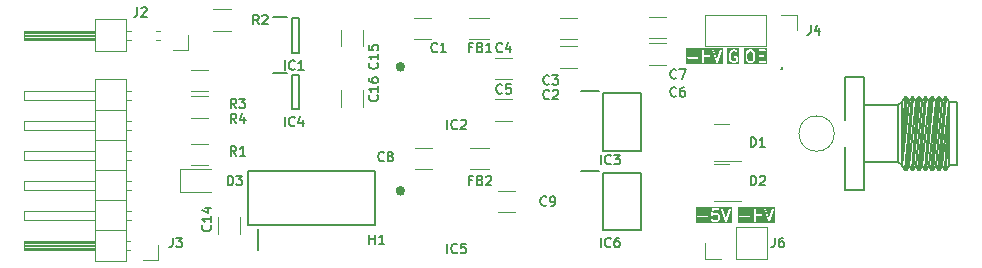
<source format=gbr>
%TF.GenerationSoftware,KiCad,Pcbnew,8.0.6*%
%TF.CreationDate,2024-10-28T10:45:57+07:00*%
%TF.ProjectId,PMOD-Pulser_update,504d4f44-2d50-4756-9c73-65725f757064,rev?*%
%TF.SameCoordinates,PX5e2ce30PY52bb330*%
%TF.FileFunction,Legend,Top*%
%TF.FilePolarity,Positive*%
%FSLAX46Y46*%
G04 Gerber Fmt 4.6, Leading zero omitted, Abs format (unit mm)*
G04 Created by KiCad (PCBNEW 8.0.6) date 2024-10-28 10:45:57*
%MOMM*%
%LPD*%
G01*
G04 APERTURE LIST*
%ADD10C,0.150000*%
%ADD11C,0.037500*%
%ADD12C,0.120000*%
%ADD13C,0.200000*%
%ADD14C,0.400000*%
G04 APERTURE END LIST*
D10*
G36*
X53111712Y17109659D02*
G01*
X49931997Y17109659D01*
X49931997Y17690766D01*
X50043108Y17690766D01*
X50043108Y17661502D01*
X50054307Y17634466D01*
X50074999Y17613774D01*
X50102035Y17602575D01*
X50116667Y17601134D01*
X50878572Y17601134D01*
X50893204Y17602575D01*
X50920240Y17613774D01*
X50940932Y17634466D01*
X50952131Y17661502D01*
X50952131Y17690766D01*
X50940932Y17717802D01*
X50920240Y17738494D01*
X50893204Y17749693D01*
X50878572Y17751134D01*
X50116667Y17751134D01*
X50102035Y17749693D01*
X50074999Y17738494D01*
X50054307Y17717802D01*
X50043108Y17690766D01*
X49931997Y17690766D01*
X49931997Y18295181D01*
X51279762Y18295181D01*
X51279762Y17295181D01*
X51281203Y17280549D01*
X51292402Y17253513D01*
X51313094Y17232821D01*
X51340130Y17221622D01*
X51369394Y17221622D01*
X51396430Y17232821D01*
X51417122Y17253513D01*
X51428321Y17280549D01*
X51429762Y17295181D01*
X51429762Y17743991D01*
X51851190Y17743991D01*
X51851190Y17295181D01*
X51852631Y17280549D01*
X51863830Y17253513D01*
X51884522Y17232821D01*
X51911558Y17221622D01*
X51940822Y17221622D01*
X51967858Y17232821D01*
X51988550Y17253513D01*
X51999749Y17280549D01*
X52001190Y17295181D01*
X52001190Y18285801D01*
X52185113Y18285801D01*
X52188373Y18271464D01*
X52521706Y17271464D01*
X52527700Y17258039D01*
X52531210Y17253992D01*
X52533607Y17249198D01*
X52540715Y17243033D01*
X52546874Y17235932D01*
X52551663Y17233538D01*
X52555714Y17230024D01*
X52564639Y17227050D01*
X52573047Y17222845D01*
X52578391Y17222466D01*
X52583477Y17220770D01*
X52592857Y17221437D01*
X52602237Y17220770D01*
X52607322Y17222466D01*
X52612667Y17222845D01*
X52621077Y17227051D01*
X52629999Y17230024D01*
X52634046Y17233535D01*
X52638840Y17235931D01*
X52645003Y17243037D01*
X52652107Y17249198D01*
X52654502Y17253990D01*
X52658014Y17258038D01*
X52664008Y17271464D01*
X52997341Y18271464D01*
X53000601Y18285800D01*
X52998526Y18314990D01*
X52985440Y18341164D01*
X52963332Y18360338D01*
X52935570Y18369592D01*
X52906380Y18367517D01*
X52880207Y18354430D01*
X52861033Y18332323D01*
X52855039Y18318898D01*
X52592857Y17532352D01*
X52330675Y18318898D01*
X52324681Y18332324D01*
X52305507Y18354431D01*
X52279334Y18367517D01*
X52250144Y18369592D01*
X52222381Y18360338D01*
X52200274Y18341164D01*
X52187188Y18314991D01*
X52185113Y18285801D01*
X52001190Y18285801D01*
X52001190Y18295181D01*
X51999749Y18309813D01*
X51988550Y18336849D01*
X51967858Y18357541D01*
X51940822Y18368740D01*
X51911558Y18368740D01*
X51884522Y18357541D01*
X51863830Y18336849D01*
X51852631Y18309813D01*
X51851190Y18295181D01*
X51851190Y17893991D01*
X51429762Y17893991D01*
X51429762Y18295181D01*
X51428321Y18309813D01*
X51417122Y18336849D01*
X51396430Y18357541D01*
X51369394Y18368740D01*
X51340130Y18368740D01*
X51313094Y18357541D01*
X51292402Y18336849D01*
X51281203Y18309813D01*
X51279762Y18295181D01*
X49931997Y18295181D01*
X49931997Y18480703D01*
X53111712Y18480703D01*
X53111712Y17109659D01*
G37*
G36*
X54445634Y17109070D02*
G01*
X53454365Y17109070D01*
X53454365Y17866610D01*
X53565476Y17866610D01*
X53565476Y17723753D01*
X53565727Y17721200D01*
X53565565Y17720107D01*
X53566374Y17714634D01*
X53566917Y17709121D01*
X53567339Y17708100D01*
X53567715Y17705563D01*
X53615334Y17515087D01*
X53615719Y17514008D01*
X53615758Y17513468D01*
X53618085Y17507387D01*
X53620281Y17501241D01*
X53620603Y17500806D01*
X53621013Y17499736D01*
X53668632Y17404498D01*
X53672595Y17398202D01*
X53673353Y17396372D01*
X53675042Y17394314D01*
X53676464Y17392055D01*
X53677962Y17390756D01*
X53682681Y17385006D01*
X53777919Y17289767D01*
X53789284Y17280439D01*
X53791774Y17279408D01*
X53793809Y17277643D01*
X53807235Y17271649D01*
X53950091Y17224030D01*
X53957346Y17222381D01*
X53959177Y17221622D01*
X53961830Y17221361D01*
X53964428Y17220770D01*
X53966402Y17220911D01*
X53973809Y17220181D01*
X54069047Y17220181D01*
X54076452Y17220911D01*
X54078427Y17220770D01*
X54081024Y17221361D01*
X54083679Y17221622D01*
X54085510Y17222381D01*
X54092764Y17224030D01*
X54235621Y17271649D01*
X54249046Y17277643D01*
X54251081Y17279409D01*
X54253572Y17280440D01*
X54264938Y17289768D01*
X54312556Y17337387D01*
X54321884Y17348753D01*
X54329165Y17366332D01*
X54333082Y17375788D01*
X54334523Y17390420D01*
X54334523Y17723753D01*
X54333082Y17738385D01*
X54321883Y17765421D01*
X54301191Y17786113D01*
X54274155Y17797312D01*
X54259523Y17798753D01*
X54069047Y17798753D01*
X54054415Y17797312D01*
X54027379Y17786113D01*
X54006687Y17765421D01*
X53995488Y17738385D01*
X53995488Y17709121D01*
X54006687Y17682085D01*
X54027379Y17661393D01*
X54054415Y17650194D01*
X54069047Y17648753D01*
X54184523Y17648753D01*
X54184523Y17421486D01*
X54171390Y17408353D01*
X54056877Y17370181D01*
X53985979Y17370181D01*
X53871466Y17408352D01*
X53797353Y17482466D01*
X53758859Y17559453D01*
X53715476Y17732987D01*
X53715476Y17857376D01*
X53758859Y18030910D01*
X53797353Y18107897D01*
X53871466Y18182010D01*
X53985979Y18220181D01*
X54098961Y18220181D01*
X54178363Y18180480D01*
X54192094Y18175225D01*
X54221284Y18173151D01*
X54249046Y18182405D01*
X54271153Y18201578D01*
X54284241Y18227753D01*
X54286315Y18256943D01*
X54277061Y18284704D01*
X54257888Y18306812D01*
X54245445Y18314644D01*
X54150207Y18362263D01*
X54136475Y18367518D01*
X54133787Y18367709D01*
X54131298Y18368740D01*
X54116666Y18370181D01*
X53973809Y18370181D01*
X53966402Y18369452D01*
X53964428Y18369592D01*
X53961830Y18369002D01*
X53959177Y18368740D01*
X53957346Y18367982D01*
X53950091Y18366332D01*
X53807235Y18318713D01*
X53793809Y18312719D01*
X53791774Y18310955D01*
X53789284Y18309923D01*
X53777919Y18300595D01*
X53682681Y18205357D01*
X53677962Y18199608D01*
X53676464Y18198308D01*
X53675042Y18196049D01*
X53673354Y18193992D01*
X53672596Y18192165D01*
X53668632Y18185865D01*
X53621013Y18090627D01*
X53620603Y18089558D01*
X53620281Y18089122D01*
X53618085Y18082977D01*
X53615758Y18076895D01*
X53615719Y18076356D01*
X53615334Y18075276D01*
X53567715Y17884800D01*
X53567339Y17882264D01*
X53566917Y17881242D01*
X53566374Y17875730D01*
X53565565Y17870256D01*
X53565727Y17869164D01*
X53565476Y17866610D01*
X53454365Y17866610D01*
X53454365Y18481292D01*
X54445634Y18481292D01*
X54445634Y17109070D01*
G37*
G36*
X53864093Y3659070D02*
G01*
X50779616Y3659070D01*
X50779616Y4240766D01*
X50890727Y4240766D01*
X50890727Y4211502D01*
X50901926Y4184466D01*
X50922618Y4163774D01*
X50949654Y4152575D01*
X50964286Y4151134D01*
X51270238Y4151134D01*
X51270238Y3845181D01*
X51271679Y3830549D01*
X51282878Y3803513D01*
X51303570Y3782821D01*
X51330606Y3771622D01*
X51359870Y3771622D01*
X51386906Y3782821D01*
X51407598Y3803513D01*
X51418797Y3830549D01*
X51420238Y3845181D01*
X51420238Y4151134D01*
X51726191Y4151134D01*
X51740823Y4152575D01*
X51767859Y4163774D01*
X51788551Y4184466D01*
X51799750Y4211502D01*
X51799750Y4240766D01*
X51788551Y4267802D01*
X51767859Y4288494D01*
X51740823Y4299693D01*
X51726191Y4301134D01*
X51420238Y4301134D01*
X51420238Y4361751D01*
X52080112Y4361751D01*
X52081203Y4358136D01*
X52081203Y4354360D01*
X52085397Y4344235D01*
X52088565Y4333735D01*
X52090956Y4330812D01*
X52092402Y4327323D01*
X52100155Y4319570D01*
X52107096Y4311087D01*
X52110422Y4309303D01*
X52113094Y4306631D01*
X52123221Y4302436D01*
X52132883Y4297253D01*
X52136642Y4296878D01*
X52140131Y4295432D01*
X52151092Y4295432D01*
X52162002Y4294341D01*
X52165618Y4295432D01*
X52169393Y4295432D01*
X52179518Y4299627D01*
X52190018Y4302794D01*
X52192941Y4305186D01*
X52196430Y4306631D01*
X52207795Y4315958D01*
X52246808Y4354971D01*
X52315324Y4389229D01*
X52518009Y4389229D01*
X52586525Y4354971D01*
X52616932Y4324564D01*
X52651190Y4256048D01*
X52651190Y4053363D01*
X52616931Y3984847D01*
X52586524Y3954439D01*
X52518009Y3920181D01*
X52315324Y3920181D01*
X52246808Y3954439D01*
X52207796Y3993452D01*
X52196430Y4002780D01*
X52169394Y4013979D01*
X52140131Y4013979D01*
X52113095Y4002781D01*
X52092402Y3982088D01*
X52081203Y3955052D01*
X52081203Y3925789D01*
X52092401Y3898753D01*
X52101728Y3887388D01*
X52149347Y3839768D01*
X52155096Y3835050D01*
X52156397Y3833550D01*
X52158656Y3832128D01*
X52160713Y3830440D01*
X52162540Y3829683D01*
X52168840Y3825718D01*
X52264078Y3778099D01*
X52277809Y3772844D01*
X52280498Y3772653D01*
X52282987Y3771622D01*
X52297619Y3770181D01*
X52535714Y3770181D01*
X52550346Y3771622D01*
X52552835Y3772654D01*
X52555523Y3772844D01*
X52569255Y3778099D01*
X52664493Y3825718D01*
X52670792Y3829683D01*
X52672620Y3830440D01*
X52674676Y3832128D01*
X52676936Y3833550D01*
X52678236Y3835050D01*
X52683986Y3839768D01*
X52731604Y3887387D01*
X52736322Y3893137D01*
X52737821Y3894436D01*
X52739242Y3896695D01*
X52740932Y3898753D01*
X52741689Y3900583D01*
X52745653Y3906879D01*
X52793272Y4002117D01*
X52798527Y4015848D01*
X52798718Y4018538D01*
X52799749Y4021026D01*
X52801190Y4035658D01*
X52801190Y4273753D01*
X52799749Y4288385D01*
X52798718Y4290874D01*
X52798527Y4293563D01*
X52793272Y4307294D01*
X52745653Y4402532D01*
X52741688Y4408832D01*
X52740931Y4410659D01*
X52739242Y4412716D01*
X52737821Y4414975D01*
X52736322Y4416275D01*
X52731604Y4422024D01*
X52683985Y4469643D01*
X52678235Y4474362D01*
X52676936Y4475860D01*
X52674676Y4477282D01*
X52672620Y4478970D01*
X52670792Y4479728D01*
X52664493Y4483692D01*
X52569255Y4531311D01*
X52555523Y4536566D01*
X52552835Y4536757D01*
X52550346Y4537788D01*
X52535714Y4539229D01*
X52297619Y4539229D01*
X52282987Y4537788D01*
X52280498Y4536758D01*
X52277809Y4536566D01*
X52264078Y4531311D01*
X52245436Y4521991D01*
X52270255Y4770181D01*
X52678571Y4770181D01*
X52693203Y4771622D01*
X52720239Y4782821D01*
X52740931Y4803513D01*
X52752130Y4830549D01*
X52752130Y4835801D01*
X52937494Y4835801D01*
X52940754Y4821464D01*
X53274087Y3821464D01*
X53280081Y3808039D01*
X53283591Y3803992D01*
X53285988Y3799198D01*
X53293096Y3793033D01*
X53299255Y3785932D01*
X53304044Y3783538D01*
X53308095Y3780024D01*
X53317020Y3777050D01*
X53325428Y3772845D01*
X53330772Y3772466D01*
X53335858Y3770770D01*
X53345238Y3771437D01*
X53354618Y3770770D01*
X53359703Y3772466D01*
X53365048Y3772845D01*
X53373458Y3777051D01*
X53382380Y3780024D01*
X53386427Y3783535D01*
X53391221Y3785931D01*
X53397384Y3793037D01*
X53404488Y3799198D01*
X53406883Y3803990D01*
X53410395Y3808038D01*
X53416389Y3821464D01*
X53749722Y4821464D01*
X53752982Y4835800D01*
X53750907Y4864990D01*
X53737821Y4891164D01*
X53715713Y4910338D01*
X53687951Y4919592D01*
X53658761Y4917517D01*
X53632588Y4904430D01*
X53613414Y4882323D01*
X53607420Y4868898D01*
X53345238Y4082352D01*
X53083056Y4868898D01*
X53077062Y4882324D01*
X53057888Y4904431D01*
X53031715Y4917517D01*
X53002525Y4919592D01*
X52974762Y4910338D01*
X52952655Y4891164D01*
X52939569Y4864991D01*
X52937494Y4835801D01*
X52752130Y4835801D01*
X52752130Y4859813D01*
X52740931Y4886849D01*
X52720239Y4907541D01*
X52693203Y4918740D01*
X52678571Y4920181D01*
X52202381Y4920181D01*
X52196969Y4919649D01*
X52195141Y4919831D01*
X52193354Y4919293D01*
X52187749Y4918740D01*
X52177622Y4914546D01*
X52167125Y4911378D01*
X52164201Y4908987D01*
X52160713Y4907541D01*
X52152959Y4899788D01*
X52144477Y4892847D01*
X52142692Y4889521D01*
X52140021Y4886849D01*
X52135825Y4876720D01*
X52130643Y4867060D01*
X52129535Y4861536D01*
X52128822Y4859813D01*
X52128822Y4857977D01*
X52127753Y4852644D01*
X52080134Y4376454D01*
X52080112Y4361751D01*
X51420238Y4361751D01*
X51420238Y4607086D01*
X51418797Y4621718D01*
X51407598Y4648754D01*
X51386906Y4669446D01*
X51359870Y4680645D01*
X51330606Y4680645D01*
X51303570Y4669446D01*
X51282878Y4648754D01*
X51271679Y4621718D01*
X51270238Y4607086D01*
X51270238Y4301134D01*
X50964286Y4301134D01*
X50949654Y4299693D01*
X50922618Y4288494D01*
X50901926Y4267802D01*
X50890727Y4240766D01*
X50779616Y4240766D01*
X50779616Y5031292D01*
X53864093Y5031292D01*
X53864093Y3659070D01*
G37*
G36*
X57511712Y3659659D02*
G01*
X54331997Y3659659D01*
X54331997Y4240766D01*
X54443108Y4240766D01*
X54443108Y4211502D01*
X54454307Y4184466D01*
X54474999Y4163774D01*
X54502035Y4152575D01*
X54516667Y4151134D01*
X54822619Y4151134D01*
X54822619Y3845181D01*
X54824060Y3830549D01*
X54835259Y3803513D01*
X54855951Y3782821D01*
X54882987Y3771622D01*
X54912251Y3771622D01*
X54939287Y3782821D01*
X54959979Y3803513D01*
X54971178Y3830549D01*
X54972619Y3845181D01*
X54972619Y4151134D01*
X55278572Y4151134D01*
X55293204Y4152575D01*
X55320240Y4163774D01*
X55340932Y4184466D01*
X55352131Y4211502D01*
X55352131Y4240766D01*
X55340932Y4267802D01*
X55320240Y4288494D01*
X55293204Y4299693D01*
X55278572Y4301134D01*
X54972619Y4301134D01*
X54972619Y4607086D01*
X54971178Y4621718D01*
X54959979Y4648754D01*
X54939287Y4669446D01*
X54912251Y4680645D01*
X54882987Y4680645D01*
X54855951Y4669446D01*
X54835259Y4648754D01*
X54824060Y4621718D01*
X54822619Y4607086D01*
X54822619Y4301134D01*
X54516667Y4301134D01*
X54502035Y4299693D01*
X54474999Y4288494D01*
X54454307Y4267802D01*
X54443108Y4240766D01*
X54331997Y4240766D01*
X54331997Y4845181D01*
X55679762Y4845181D01*
X55679762Y3845181D01*
X55681203Y3830549D01*
X55692402Y3803513D01*
X55713094Y3782821D01*
X55740130Y3771622D01*
X55769394Y3771622D01*
X55796430Y3782821D01*
X55817122Y3803513D01*
X55828321Y3830549D01*
X55829762Y3845181D01*
X55829762Y4293991D01*
X56251190Y4293991D01*
X56251190Y3845181D01*
X56252631Y3830549D01*
X56263830Y3803513D01*
X56284522Y3782821D01*
X56311558Y3771622D01*
X56340822Y3771622D01*
X56367858Y3782821D01*
X56388550Y3803513D01*
X56399749Y3830549D01*
X56401190Y3845181D01*
X56401190Y4835801D01*
X56585113Y4835801D01*
X56588373Y4821464D01*
X56921706Y3821464D01*
X56927700Y3808039D01*
X56931210Y3803992D01*
X56933607Y3799198D01*
X56940715Y3793033D01*
X56946874Y3785932D01*
X56951663Y3783538D01*
X56955714Y3780024D01*
X56964639Y3777050D01*
X56973047Y3772845D01*
X56978391Y3772466D01*
X56983477Y3770770D01*
X56992857Y3771437D01*
X57002237Y3770770D01*
X57007322Y3772466D01*
X57012667Y3772845D01*
X57021077Y3777051D01*
X57029999Y3780024D01*
X57034046Y3783535D01*
X57038840Y3785931D01*
X57045003Y3793037D01*
X57052107Y3799198D01*
X57054502Y3803990D01*
X57058014Y3808038D01*
X57064008Y3821464D01*
X57397341Y4821464D01*
X57400601Y4835800D01*
X57398526Y4864990D01*
X57385440Y4891164D01*
X57363332Y4910338D01*
X57335570Y4919592D01*
X57306380Y4917517D01*
X57280207Y4904430D01*
X57261033Y4882323D01*
X57255039Y4868898D01*
X56992857Y4082352D01*
X56730675Y4868898D01*
X56724681Y4882324D01*
X56705507Y4904431D01*
X56679334Y4917517D01*
X56650144Y4919592D01*
X56622381Y4910338D01*
X56600274Y4891164D01*
X56587188Y4864991D01*
X56585113Y4835801D01*
X56401190Y4835801D01*
X56401190Y4845181D01*
X56399749Y4859813D01*
X56388550Y4886849D01*
X56367858Y4907541D01*
X56340822Y4918740D01*
X56311558Y4918740D01*
X56284522Y4907541D01*
X56263830Y4886849D01*
X56252631Y4859813D01*
X56251190Y4845181D01*
X56251190Y4443991D01*
X55829762Y4443991D01*
X55829762Y4845181D01*
X55828321Y4859813D01*
X55817122Y4886849D01*
X55796430Y4907541D01*
X55769394Y4918740D01*
X55740130Y4918740D01*
X55713094Y4907541D01*
X55692402Y4886849D01*
X55681203Y4859813D01*
X55679762Y4845181D01*
X54331997Y4845181D01*
X54331997Y5030703D01*
X57511712Y5030703D01*
X57511712Y3659659D01*
G37*
G36*
X55543668Y18185923D02*
G01*
X55615610Y18113981D01*
X55655952Y17952614D01*
X55655952Y17637749D01*
X55615610Y17476383D01*
X55543667Y17404439D01*
X55475152Y17370181D01*
X55320086Y17370181D01*
X55251570Y17404439D01*
X55179627Y17476383D01*
X55139286Y17637749D01*
X55139286Y17952614D01*
X55179627Y18113981D01*
X55251570Y18185923D01*
X55320086Y18220181D01*
X55475152Y18220181D01*
X55543668Y18185923D01*
G37*
G36*
X56820384Y17109070D02*
G01*
X54878175Y17109070D01*
X54878175Y17961848D01*
X54989286Y17961848D01*
X54989286Y17628515D01*
X54989537Y17625962D01*
X54989375Y17624869D01*
X54990184Y17619396D01*
X54990727Y17613883D01*
X54991149Y17612862D01*
X54991525Y17610325D01*
X55039144Y17419849D01*
X55044091Y17406003D01*
X55047410Y17401524D01*
X55049544Y17396372D01*
X55058872Y17385006D01*
X55154110Y17289767D01*
X55159860Y17285047D01*
X55161159Y17283550D01*
X55163413Y17282131D01*
X55165475Y17280439D01*
X55167307Y17279681D01*
X55173602Y17275718D01*
X55268840Y17228099D01*
X55282571Y17222844D01*
X55285260Y17222653D01*
X55287749Y17221622D01*
X55302381Y17220181D01*
X55492857Y17220181D01*
X55507489Y17221622D01*
X55509978Y17222654D01*
X55512666Y17222844D01*
X55526398Y17228099D01*
X55621636Y17275718D01*
X55627935Y17279683D01*
X55629763Y17280440D01*
X55631819Y17282129D01*
X55634079Y17283550D01*
X55635378Y17285049D01*
X55641128Y17289767D01*
X55736367Y17385007D01*
X55745694Y17396372D01*
X55747827Y17401524D01*
X55751147Y17406003D01*
X55756094Y17419849D01*
X55803713Y17610325D01*
X55804088Y17612862D01*
X55804511Y17613883D01*
X55805053Y17619396D01*
X55805863Y17624869D01*
X55805700Y17625962D01*
X55805952Y17628515D01*
X55805952Y17961848D01*
X55805700Y17964402D01*
X55805863Y17965494D01*
X55805053Y17970968D01*
X55804511Y17976480D01*
X55804088Y17977502D01*
X55803713Y17980038D01*
X55756094Y18170514D01*
X55751147Y18184360D01*
X55747828Y18188839D01*
X55745694Y18193992D01*
X55736366Y18205357D01*
X55646542Y18295181D01*
X56084524Y18295181D01*
X56084524Y17295181D01*
X56085965Y17280549D01*
X56097164Y17253513D01*
X56117856Y17232821D01*
X56144892Y17221622D01*
X56159524Y17220181D01*
X56635714Y17220181D01*
X56650346Y17221622D01*
X56677382Y17232821D01*
X56698074Y17253513D01*
X56709273Y17280549D01*
X56709273Y17309813D01*
X56698074Y17336849D01*
X56677382Y17357541D01*
X56650346Y17368740D01*
X56635714Y17370181D01*
X56234524Y17370181D01*
X56234524Y17743991D01*
X56492857Y17743991D01*
X56507489Y17745432D01*
X56534525Y17756631D01*
X56555217Y17777323D01*
X56566416Y17804359D01*
X56566416Y17833623D01*
X56555217Y17860659D01*
X56534525Y17881351D01*
X56507489Y17892550D01*
X56492857Y17893991D01*
X56234524Y17893991D01*
X56234524Y18220181D01*
X56635714Y18220181D01*
X56650346Y18221622D01*
X56677382Y18232821D01*
X56698074Y18253513D01*
X56709273Y18280549D01*
X56709273Y18309813D01*
X56698074Y18336849D01*
X56677382Y18357541D01*
X56650346Y18368740D01*
X56635714Y18370181D01*
X56159524Y18370181D01*
X56144892Y18368740D01*
X56117856Y18357541D01*
X56097164Y18336849D01*
X56085965Y18309813D01*
X56084524Y18295181D01*
X55646542Y18295181D01*
X55641128Y18300595D01*
X55635378Y18305314D01*
X55634079Y18306812D01*
X55631819Y18308234D01*
X55629763Y18309922D01*
X55627935Y18310680D01*
X55621636Y18314644D01*
X55526398Y18362263D01*
X55512666Y18367518D01*
X55509978Y18367709D01*
X55507489Y18368740D01*
X55492857Y18370181D01*
X55302381Y18370181D01*
X55287749Y18368740D01*
X55285260Y18367710D01*
X55282571Y18367518D01*
X55268840Y18362263D01*
X55173602Y18314644D01*
X55167307Y18310682D01*
X55165475Y18309923D01*
X55163413Y18308232D01*
X55161159Y18306812D01*
X55159860Y18305316D01*
X55154110Y18300595D01*
X55058872Y18205357D01*
X55049545Y18193992D01*
X55047411Y18188842D01*
X55044091Y18184360D01*
X55039144Y18170514D01*
X54991525Y17980038D01*
X54991149Y17977502D01*
X54990727Y17976480D01*
X54990184Y17970968D01*
X54989375Y17965494D01*
X54989537Y17964402D01*
X54989286Y17961848D01*
X54878175Y17961848D01*
X54878175Y18481292D01*
X56820384Y18481292D01*
X56820384Y17109070D01*
G37*
X60483333Y20437705D02*
X60483333Y19866277D01*
X60483333Y19866277D02*
X60445238Y19751991D01*
X60445238Y19751991D02*
X60369047Y19675800D01*
X60369047Y19675800D02*
X60254762Y19637705D01*
X60254762Y19637705D02*
X60178571Y19637705D01*
X61207143Y20171039D02*
X61207143Y19637705D01*
X61016667Y20475800D02*
X60826190Y19904372D01*
X60826190Y19904372D02*
X61321429Y19904372D01*
X15969048Y16637705D02*
X15969048Y17437705D01*
X16807143Y16713896D02*
X16769047Y16675800D01*
X16769047Y16675800D02*
X16654762Y16637705D01*
X16654762Y16637705D02*
X16578571Y16637705D01*
X16578571Y16637705D02*
X16464285Y16675800D01*
X16464285Y16675800D02*
X16388095Y16751991D01*
X16388095Y16751991D02*
X16350000Y16828181D01*
X16350000Y16828181D02*
X16311904Y16980562D01*
X16311904Y16980562D02*
X16311904Y17094848D01*
X16311904Y17094848D02*
X16350000Y17247229D01*
X16350000Y17247229D02*
X16388095Y17323420D01*
X16388095Y17323420D02*
X16464285Y17399610D01*
X16464285Y17399610D02*
X16578571Y17437705D01*
X16578571Y17437705D02*
X16654762Y17437705D01*
X16654762Y17437705D02*
X16769047Y17399610D01*
X16769047Y17399610D02*
X16807143Y17361515D01*
X17569047Y16637705D02*
X17111904Y16637705D01*
X17340476Y16637705D02*
X17340476Y17437705D01*
X17340476Y17437705D02*
X17264285Y17323420D01*
X17264285Y17323420D02*
X17188095Y17247229D01*
X17188095Y17247229D02*
X17111904Y17209134D01*
X34366667Y14713896D02*
X34328571Y14675800D01*
X34328571Y14675800D02*
X34214286Y14637705D01*
X34214286Y14637705D02*
X34138095Y14637705D01*
X34138095Y14637705D02*
X34023809Y14675800D01*
X34023809Y14675800D02*
X33947619Y14751991D01*
X33947619Y14751991D02*
X33909524Y14828181D01*
X33909524Y14828181D02*
X33871428Y14980562D01*
X33871428Y14980562D02*
X33871428Y15094848D01*
X33871428Y15094848D02*
X33909524Y15247229D01*
X33909524Y15247229D02*
X33947619Y15323420D01*
X33947619Y15323420D02*
X34023809Y15399610D01*
X34023809Y15399610D02*
X34138095Y15437705D01*
X34138095Y15437705D02*
X34214286Y15437705D01*
X34214286Y15437705D02*
X34328571Y15399610D01*
X34328571Y15399610D02*
X34366667Y15361515D01*
X35090476Y15437705D02*
X34709524Y15437705D01*
X34709524Y15437705D02*
X34671428Y15056753D01*
X34671428Y15056753D02*
X34709524Y15094848D01*
X34709524Y15094848D02*
X34785714Y15132943D01*
X34785714Y15132943D02*
X34976190Y15132943D01*
X34976190Y15132943D02*
X35052381Y15094848D01*
X35052381Y15094848D02*
X35090476Y15056753D01*
X35090476Y15056753D02*
X35128571Y14980562D01*
X35128571Y14980562D02*
X35128571Y14790086D01*
X35128571Y14790086D02*
X35090476Y14713896D01*
X35090476Y14713896D02*
X35052381Y14675800D01*
X35052381Y14675800D02*
X34976190Y14637705D01*
X34976190Y14637705D02*
X34785714Y14637705D01*
X34785714Y14637705D02*
X34709524Y14675800D01*
X34709524Y14675800D02*
X34671428Y14713896D01*
X11866667Y13387705D02*
X11600000Y13768658D01*
X11409524Y13387705D02*
X11409524Y14187705D01*
X11409524Y14187705D02*
X11714286Y14187705D01*
X11714286Y14187705D02*
X11790476Y14149610D01*
X11790476Y14149610D02*
X11828571Y14111515D01*
X11828571Y14111515D02*
X11866667Y14035324D01*
X11866667Y14035324D02*
X11866667Y13921039D01*
X11866667Y13921039D02*
X11828571Y13844848D01*
X11828571Y13844848D02*
X11790476Y13806753D01*
X11790476Y13806753D02*
X11714286Y13768658D01*
X11714286Y13768658D02*
X11409524Y13768658D01*
X12133333Y14187705D02*
X12628571Y14187705D01*
X12628571Y14187705D02*
X12361905Y13882943D01*
X12361905Y13882943D02*
X12476190Y13882943D01*
X12476190Y13882943D02*
X12552381Y13844848D01*
X12552381Y13844848D02*
X12590476Y13806753D01*
X12590476Y13806753D02*
X12628571Y13730562D01*
X12628571Y13730562D02*
X12628571Y13540086D01*
X12628571Y13540086D02*
X12590476Y13463896D01*
X12590476Y13463896D02*
X12552381Y13425800D01*
X12552381Y13425800D02*
X12476190Y13387705D01*
X12476190Y13387705D02*
X12247619Y13387705D01*
X12247619Y13387705D02*
X12171428Y13425800D01*
X12171428Y13425800D02*
X12133333Y13463896D01*
X49116667Y14463896D02*
X49078571Y14425800D01*
X49078571Y14425800D02*
X48964286Y14387705D01*
X48964286Y14387705D02*
X48888095Y14387705D01*
X48888095Y14387705D02*
X48773809Y14425800D01*
X48773809Y14425800D02*
X48697619Y14501991D01*
X48697619Y14501991D02*
X48659524Y14578181D01*
X48659524Y14578181D02*
X48621428Y14730562D01*
X48621428Y14730562D02*
X48621428Y14844848D01*
X48621428Y14844848D02*
X48659524Y14997229D01*
X48659524Y14997229D02*
X48697619Y15073420D01*
X48697619Y15073420D02*
X48773809Y15149610D01*
X48773809Y15149610D02*
X48888095Y15187705D01*
X48888095Y15187705D02*
X48964286Y15187705D01*
X48964286Y15187705D02*
X49078571Y15149610D01*
X49078571Y15149610D02*
X49116667Y15111515D01*
X49802381Y15187705D02*
X49650000Y15187705D01*
X49650000Y15187705D02*
X49573809Y15149610D01*
X49573809Y15149610D02*
X49535714Y15111515D01*
X49535714Y15111515D02*
X49459524Y14997229D01*
X49459524Y14997229D02*
X49421428Y14844848D01*
X49421428Y14844848D02*
X49421428Y14540086D01*
X49421428Y14540086D02*
X49459524Y14463896D01*
X49459524Y14463896D02*
X49497619Y14425800D01*
X49497619Y14425800D02*
X49573809Y14387705D01*
X49573809Y14387705D02*
X49726190Y14387705D01*
X49726190Y14387705D02*
X49802381Y14425800D01*
X49802381Y14425800D02*
X49840476Y14463896D01*
X49840476Y14463896D02*
X49878571Y14540086D01*
X49878571Y14540086D02*
X49878571Y14730562D01*
X49878571Y14730562D02*
X49840476Y14806753D01*
X49840476Y14806753D02*
X49802381Y14844848D01*
X49802381Y14844848D02*
X49726190Y14882943D01*
X49726190Y14882943D02*
X49573809Y14882943D01*
X49573809Y14882943D02*
X49497619Y14844848D01*
X49497619Y14844848D02*
X49459524Y14806753D01*
X49459524Y14806753D02*
X49421428Y14730562D01*
X55409524Y6887705D02*
X55409524Y7687705D01*
X55409524Y7687705D02*
X55600000Y7687705D01*
X55600000Y7687705D02*
X55714286Y7649610D01*
X55714286Y7649610D02*
X55790476Y7573420D01*
X55790476Y7573420D02*
X55828571Y7497229D01*
X55828571Y7497229D02*
X55866667Y7344848D01*
X55866667Y7344848D02*
X55866667Y7230562D01*
X55866667Y7230562D02*
X55828571Y7078181D01*
X55828571Y7078181D02*
X55790476Y7001991D01*
X55790476Y7001991D02*
X55714286Y6925800D01*
X55714286Y6925800D02*
X55600000Y6887705D01*
X55600000Y6887705D02*
X55409524Y6887705D01*
X56171428Y7611515D02*
X56209524Y7649610D01*
X56209524Y7649610D02*
X56285714Y7687705D01*
X56285714Y7687705D02*
X56476190Y7687705D01*
X56476190Y7687705D02*
X56552381Y7649610D01*
X56552381Y7649610D02*
X56590476Y7611515D01*
X56590476Y7611515D02*
X56628571Y7535324D01*
X56628571Y7535324D02*
X56628571Y7459134D01*
X56628571Y7459134D02*
X56590476Y7344848D01*
X56590476Y7344848D02*
X56133333Y6887705D01*
X56133333Y6887705D02*
X56628571Y6887705D01*
X49116667Y15963896D02*
X49078571Y15925800D01*
X49078571Y15925800D02*
X48964286Y15887705D01*
X48964286Y15887705D02*
X48888095Y15887705D01*
X48888095Y15887705D02*
X48773809Y15925800D01*
X48773809Y15925800D02*
X48697619Y16001991D01*
X48697619Y16001991D02*
X48659524Y16078181D01*
X48659524Y16078181D02*
X48621428Y16230562D01*
X48621428Y16230562D02*
X48621428Y16344848D01*
X48621428Y16344848D02*
X48659524Y16497229D01*
X48659524Y16497229D02*
X48697619Y16573420D01*
X48697619Y16573420D02*
X48773809Y16649610D01*
X48773809Y16649610D02*
X48888095Y16687705D01*
X48888095Y16687705D02*
X48964286Y16687705D01*
X48964286Y16687705D02*
X49078571Y16649610D01*
X49078571Y16649610D02*
X49116667Y16611515D01*
X49383333Y16687705D02*
X49916667Y16687705D01*
X49916667Y16687705D02*
X49573809Y15887705D01*
X29719048Y11637705D02*
X29719048Y12437705D01*
X30557143Y11713896D02*
X30519047Y11675800D01*
X30519047Y11675800D02*
X30404762Y11637705D01*
X30404762Y11637705D02*
X30328571Y11637705D01*
X30328571Y11637705D02*
X30214285Y11675800D01*
X30214285Y11675800D02*
X30138095Y11751991D01*
X30138095Y11751991D02*
X30100000Y11828181D01*
X30100000Y11828181D02*
X30061904Y11980562D01*
X30061904Y11980562D02*
X30061904Y12094848D01*
X30061904Y12094848D02*
X30100000Y12247229D01*
X30100000Y12247229D02*
X30138095Y12323420D01*
X30138095Y12323420D02*
X30214285Y12399610D01*
X30214285Y12399610D02*
X30328571Y12437705D01*
X30328571Y12437705D02*
X30404762Y12437705D01*
X30404762Y12437705D02*
X30519047Y12399610D01*
X30519047Y12399610D02*
X30557143Y12361515D01*
X30861904Y12361515D02*
X30900000Y12399610D01*
X30900000Y12399610D02*
X30976190Y12437705D01*
X30976190Y12437705D02*
X31166666Y12437705D01*
X31166666Y12437705D02*
X31242857Y12399610D01*
X31242857Y12399610D02*
X31280952Y12361515D01*
X31280952Y12361515D02*
X31319047Y12285324D01*
X31319047Y12285324D02*
X31319047Y12209134D01*
X31319047Y12209134D02*
X31280952Y12094848D01*
X31280952Y12094848D02*
X30823809Y11637705D01*
X30823809Y11637705D02*
X31319047Y11637705D01*
X55409524Y10137705D02*
X55409524Y10937705D01*
X55409524Y10937705D02*
X55600000Y10937705D01*
X55600000Y10937705D02*
X55714286Y10899610D01*
X55714286Y10899610D02*
X55790476Y10823420D01*
X55790476Y10823420D02*
X55828571Y10747229D01*
X55828571Y10747229D02*
X55866667Y10594848D01*
X55866667Y10594848D02*
X55866667Y10480562D01*
X55866667Y10480562D02*
X55828571Y10328181D01*
X55828571Y10328181D02*
X55790476Y10251991D01*
X55790476Y10251991D02*
X55714286Y10175800D01*
X55714286Y10175800D02*
X55600000Y10137705D01*
X55600000Y10137705D02*
X55409524Y10137705D01*
X56628571Y10137705D02*
X56171428Y10137705D01*
X56400000Y10137705D02*
X56400000Y10937705D01*
X56400000Y10937705D02*
X56323809Y10823420D01*
X56323809Y10823420D02*
X56247619Y10747229D01*
X56247619Y10747229D02*
X56171428Y10709134D01*
X23786104Y17235715D02*
X23824200Y17197619D01*
X23824200Y17197619D02*
X23862295Y17083334D01*
X23862295Y17083334D02*
X23862295Y17007143D01*
X23862295Y17007143D02*
X23824200Y16892857D01*
X23824200Y16892857D02*
X23748009Y16816667D01*
X23748009Y16816667D02*
X23671819Y16778572D01*
X23671819Y16778572D02*
X23519438Y16740476D01*
X23519438Y16740476D02*
X23405152Y16740476D01*
X23405152Y16740476D02*
X23252771Y16778572D01*
X23252771Y16778572D02*
X23176580Y16816667D01*
X23176580Y16816667D02*
X23100390Y16892857D01*
X23100390Y16892857D02*
X23062295Y17007143D01*
X23062295Y17007143D02*
X23062295Y17083334D01*
X23062295Y17083334D02*
X23100390Y17197619D01*
X23100390Y17197619D02*
X23138485Y17235715D01*
X23862295Y17997619D02*
X23862295Y17540476D01*
X23862295Y17769048D02*
X23062295Y17769048D01*
X23062295Y17769048D02*
X23176580Y17692857D01*
X23176580Y17692857D02*
X23252771Y17616667D01*
X23252771Y17616667D02*
X23290866Y17540476D01*
X23062295Y18721429D02*
X23062295Y18340477D01*
X23062295Y18340477D02*
X23443247Y18302381D01*
X23443247Y18302381D02*
X23405152Y18340477D01*
X23405152Y18340477D02*
X23367057Y18416667D01*
X23367057Y18416667D02*
X23367057Y18607143D01*
X23367057Y18607143D02*
X23405152Y18683334D01*
X23405152Y18683334D02*
X23443247Y18721429D01*
X23443247Y18721429D02*
X23519438Y18759524D01*
X23519438Y18759524D02*
X23709914Y18759524D01*
X23709914Y18759524D02*
X23786104Y18721429D01*
X23786104Y18721429D02*
X23824200Y18683334D01*
X23824200Y18683334D02*
X23862295Y18607143D01*
X23862295Y18607143D02*
X23862295Y18416667D01*
X23862295Y18416667D02*
X23824200Y18340477D01*
X23824200Y18340477D02*
X23786104Y18302381D01*
X34366667Y18213896D02*
X34328571Y18175800D01*
X34328571Y18175800D02*
X34214286Y18137705D01*
X34214286Y18137705D02*
X34138095Y18137705D01*
X34138095Y18137705D02*
X34023809Y18175800D01*
X34023809Y18175800D02*
X33947619Y18251991D01*
X33947619Y18251991D02*
X33909524Y18328181D01*
X33909524Y18328181D02*
X33871428Y18480562D01*
X33871428Y18480562D02*
X33871428Y18594848D01*
X33871428Y18594848D02*
X33909524Y18747229D01*
X33909524Y18747229D02*
X33947619Y18823420D01*
X33947619Y18823420D02*
X34023809Y18899610D01*
X34023809Y18899610D02*
X34138095Y18937705D01*
X34138095Y18937705D02*
X34214286Y18937705D01*
X34214286Y18937705D02*
X34328571Y18899610D01*
X34328571Y18899610D02*
X34366667Y18861515D01*
X35052381Y18671039D02*
X35052381Y18137705D01*
X34861905Y18975800D02*
X34671428Y18404372D01*
X34671428Y18404372D02*
X35166667Y18404372D01*
X31833333Y7306753D02*
X31566667Y7306753D01*
X31566667Y6887705D02*
X31566667Y7687705D01*
X31566667Y7687705D02*
X31947619Y7687705D01*
X32519047Y7306753D02*
X32633333Y7268658D01*
X32633333Y7268658D02*
X32671428Y7230562D01*
X32671428Y7230562D02*
X32709524Y7154372D01*
X32709524Y7154372D02*
X32709524Y7040086D01*
X32709524Y7040086D02*
X32671428Y6963896D01*
X32671428Y6963896D02*
X32633333Y6925800D01*
X32633333Y6925800D02*
X32557143Y6887705D01*
X32557143Y6887705D02*
X32252381Y6887705D01*
X32252381Y6887705D02*
X32252381Y7687705D01*
X32252381Y7687705D02*
X32519047Y7687705D01*
X32519047Y7687705D02*
X32595238Y7649610D01*
X32595238Y7649610D02*
X32633333Y7611515D01*
X32633333Y7611515D02*
X32671428Y7535324D01*
X32671428Y7535324D02*
X32671428Y7459134D01*
X32671428Y7459134D02*
X32633333Y7382943D01*
X32633333Y7382943D02*
X32595238Y7344848D01*
X32595238Y7344848D02*
X32519047Y7306753D01*
X32519047Y7306753D02*
X32252381Y7306753D01*
X33014285Y7611515D02*
X33052381Y7649610D01*
X33052381Y7649610D02*
X33128571Y7687705D01*
X33128571Y7687705D02*
X33319047Y7687705D01*
X33319047Y7687705D02*
X33395238Y7649610D01*
X33395238Y7649610D02*
X33433333Y7611515D01*
X33433333Y7611515D02*
X33471428Y7535324D01*
X33471428Y7535324D02*
X33471428Y7459134D01*
X33471428Y7459134D02*
X33433333Y7344848D01*
X33433333Y7344848D02*
X32976190Y6887705D01*
X32976190Y6887705D02*
X33471428Y6887705D01*
X31833333Y18556753D02*
X31566667Y18556753D01*
X31566667Y18137705D02*
X31566667Y18937705D01*
X31566667Y18937705D02*
X31947619Y18937705D01*
X32519047Y18556753D02*
X32633333Y18518658D01*
X32633333Y18518658D02*
X32671428Y18480562D01*
X32671428Y18480562D02*
X32709524Y18404372D01*
X32709524Y18404372D02*
X32709524Y18290086D01*
X32709524Y18290086D02*
X32671428Y18213896D01*
X32671428Y18213896D02*
X32633333Y18175800D01*
X32633333Y18175800D02*
X32557143Y18137705D01*
X32557143Y18137705D02*
X32252381Y18137705D01*
X32252381Y18137705D02*
X32252381Y18937705D01*
X32252381Y18937705D02*
X32519047Y18937705D01*
X32519047Y18937705D02*
X32595238Y18899610D01*
X32595238Y18899610D02*
X32633333Y18861515D01*
X32633333Y18861515D02*
X32671428Y18785324D01*
X32671428Y18785324D02*
X32671428Y18709134D01*
X32671428Y18709134D02*
X32633333Y18632943D01*
X32633333Y18632943D02*
X32595238Y18594848D01*
X32595238Y18594848D02*
X32519047Y18556753D01*
X32519047Y18556753D02*
X32252381Y18556753D01*
X33471428Y18137705D02*
X33014285Y18137705D01*
X33242857Y18137705D02*
X33242857Y18937705D01*
X33242857Y18937705D02*
X33166666Y18823420D01*
X33166666Y18823420D02*
X33090476Y18747229D01*
X33090476Y18747229D02*
X33014285Y18709134D01*
X9686104Y3485715D02*
X9724200Y3447619D01*
X9724200Y3447619D02*
X9762295Y3333334D01*
X9762295Y3333334D02*
X9762295Y3257143D01*
X9762295Y3257143D02*
X9724200Y3142857D01*
X9724200Y3142857D02*
X9648009Y3066667D01*
X9648009Y3066667D02*
X9571819Y3028572D01*
X9571819Y3028572D02*
X9419438Y2990476D01*
X9419438Y2990476D02*
X9305152Y2990476D01*
X9305152Y2990476D02*
X9152771Y3028572D01*
X9152771Y3028572D02*
X9076580Y3066667D01*
X9076580Y3066667D02*
X9000390Y3142857D01*
X9000390Y3142857D02*
X8962295Y3257143D01*
X8962295Y3257143D02*
X8962295Y3333334D01*
X8962295Y3333334D02*
X9000390Y3447619D01*
X9000390Y3447619D02*
X9038485Y3485715D01*
X9762295Y4247619D02*
X9762295Y3790476D01*
X9762295Y4019048D02*
X8962295Y4019048D01*
X8962295Y4019048D02*
X9076580Y3942857D01*
X9076580Y3942857D02*
X9152771Y3866667D01*
X9152771Y3866667D02*
X9190866Y3790476D01*
X9228961Y4933334D02*
X9762295Y4933334D01*
X8924200Y4742858D02*
X9495628Y4552381D01*
X9495628Y4552381D02*
X9495628Y5047620D01*
X57453333Y2437705D02*
X57453333Y1866277D01*
X57453333Y1866277D02*
X57415238Y1751991D01*
X57415238Y1751991D02*
X57339047Y1675800D01*
X57339047Y1675800D02*
X57224762Y1637705D01*
X57224762Y1637705D02*
X57148571Y1637705D01*
X58177143Y2437705D02*
X58024762Y2437705D01*
X58024762Y2437705D02*
X57948571Y2399610D01*
X57948571Y2399610D02*
X57910476Y2361515D01*
X57910476Y2361515D02*
X57834286Y2247229D01*
X57834286Y2247229D02*
X57796190Y2094848D01*
X57796190Y2094848D02*
X57796190Y1790086D01*
X57796190Y1790086D02*
X57834286Y1713896D01*
X57834286Y1713896D02*
X57872381Y1675800D01*
X57872381Y1675800D02*
X57948571Y1637705D01*
X57948571Y1637705D02*
X58100952Y1637705D01*
X58100952Y1637705D02*
X58177143Y1675800D01*
X58177143Y1675800D02*
X58215238Y1713896D01*
X58215238Y1713896D02*
X58253333Y1790086D01*
X58253333Y1790086D02*
X58253333Y1980562D01*
X58253333Y1980562D02*
X58215238Y2056753D01*
X58215238Y2056753D02*
X58177143Y2094848D01*
X58177143Y2094848D02*
X58100952Y2132943D01*
X58100952Y2132943D02*
X57948571Y2132943D01*
X57948571Y2132943D02*
X57872381Y2094848D01*
X57872381Y2094848D02*
X57834286Y2056753D01*
X57834286Y2056753D02*
X57796190Y1980562D01*
D11*
X57954242Y16845308D02*
X57954242Y16738165D01*
X57954242Y16738165D02*
X57947099Y16716736D01*
X57947099Y16716736D02*
X57932813Y16702450D01*
X57932813Y16702450D02*
X57911385Y16695308D01*
X57911385Y16695308D02*
X57897099Y16695308D01*
X58104242Y16695308D02*
X58018528Y16695308D01*
X58061385Y16695308D02*
X58061385Y16845308D01*
X58061385Y16845308D02*
X58047099Y16823879D01*
X58047099Y16823879D02*
X58032814Y16809593D01*
X58032814Y16809593D02*
X58018528Y16802450D01*
D10*
X13766667Y20487705D02*
X13500000Y20868658D01*
X13309524Y20487705D02*
X13309524Y21287705D01*
X13309524Y21287705D02*
X13614286Y21287705D01*
X13614286Y21287705D02*
X13690476Y21249610D01*
X13690476Y21249610D02*
X13728571Y21211515D01*
X13728571Y21211515D02*
X13766667Y21135324D01*
X13766667Y21135324D02*
X13766667Y21021039D01*
X13766667Y21021039D02*
X13728571Y20944848D01*
X13728571Y20944848D02*
X13690476Y20906753D01*
X13690476Y20906753D02*
X13614286Y20868658D01*
X13614286Y20868658D02*
X13309524Y20868658D01*
X14071428Y21211515D02*
X14109524Y21249610D01*
X14109524Y21249610D02*
X14185714Y21287705D01*
X14185714Y21287705D02*
X14376190Y21287705D01*
X14376190Y21287705D02*
X14452381Y21249610D01*
X14452381Y21249610D02*
X14490476Y21211515D01*
X14490476Y21211515D02*
X14528571Y21135324D01*
X14528571Y21135324D02*
X14528571Y21059134D01*
X14528571Y21059134D02*
X14490476Y20944848D01*
X14490476Y20944848D02*
X14033333Y20487705D01*
X14033333Y20487705D02*
X14528571Y20487705D01*
X11866667Y12137705D02*
X11600000Y12518658D01*
X11409524Y12137705D02*
X11409524Y12937705D01*
X11409524Y12937705D02*
X11714286Y12937705D01*
X11714286Y12937705D02*
X11790476Y12899610D01*
X11790476Y12899610D02*
X11828571Y12861515D01*
X11828571Y12861515D02*
X11866667Y12785324D01*
X11866667Y12785324D02*
X11866667Y12671039D01*
X11866667Y12671039D02*
X11828571Y12594848D01*
X11828571Y12594848D02*
X11790476Y12556753D01*
X11790476Y12556753D02*
X11714286Y12518658D01*
X11714286Y12518658D02*
X11409524Y12518658D01*
X12552381Y12671039D02*
X12552381Y12137705D01*
X12361905Y12975800D02*
X12171428Y12404372D01*
X12171428Y12404372D02*
X12666667Y12404372D01*
X38116667Y5213896D02*
X38078571Y5175800D01*
X38078571Y5175800D02*
X37964286Y5137705D01*
X37964286Y5137705D02*
X37888095Y5137705D01*
X37888095Y5137705D02*
X37773809Y5175800D01*
X37773809Y5175800D02*
X37697619Y5251991D01*
X37697619Y5251991D02*
X37659524Y5328181D01*
X37659524Y5328181D02*
X37621428Y5480562D01*
X37621428Y5480562D02*
X37621428Y5594848D01*
X37621428Y5594848D02*
X37659524Y5747229D01*
X37659524Y5747229D02*
X37697619Y5823420D01*
X37697619Y5823420D02*
X37773809Y5899610D01*
X37773809Y5899610D02*
X37888095Y5937705D01*
X37888095Y5937705D02*
X37964286Y5937705D01*
X37964286Y5937705D02*
X38078571Y5899610D01*
X38078571Y5899610D02*
X38116667Y5861515D01*
X38497619Y5137705D02*
X38650000Y5137705D01*
X38650000Y5137705D02*
X38726190Y5175800D01*
X38726190Y5175800D02*
X38764286Y5213896D01*
X38764286Y5213896D02*
X38840476Y5328181D01*
X38840476Y5328181D02*
X38878571Y5480562D01*
X38878571Y5480562D02*
X38878571Y5785324D01*
X38878571Y5785324D02*
X38840476Y5861515D01*
X38840476Y5861515D02*
X38802381Y5899610D01*
X38802381Y5899610D02*
X38726190Y5937705D01*
X38726190Y5937705D02*
X38573809Y5937705D01*
X38573809Y5937705D02*
X38497619Y5899610D01*
X38497619Y5899610D02*
X38459524Y5861515D01*
X38459524Y5861515D02*
X38421428Y5785324D01*
X38421428Y5785324D02*
X38421428Y5594848D01*
X38421428Y5594848D02*
X38459524Y5518658D01*
X38459524Y5518658D02*
X38497619Y5480562D01*
X38497619Y5480562D02*
X38573809Y5442467D01*
X38573809Y5442467D02*
X38726190Y5442467D01*
X38726190Y5442467D02*
X38802381Y5480562D01*
X38802381Y5480562D02*
X38840476Y5518658D01*
X38840476Y5518658D02*
X38878571Y5594848D01*
X3483333Y21937705D02*
X3483333Y21366277D01*
X3483333Y21366277D02*
X3445238Y21251991D01*
X3445238Y21251991D02*
X3369047Y21175800D01*
X3369047Y21175800D02*
X3254762Y21137705D01*
X3254762Y21137705D02*
X3178571Y21137705D01*
X3826190Y21861515D02*
X3864286Y21899610D01*
X3864286Y21899610D02*
X3940476Y21937705D01*
X3940476Y21937705D02*
X4130952Y21937705D01*
X4130952Y21937705D02*
X4207143Y21899610D01*
X4207143Y21899610D02*
X4245238Y21861515D01*
X4245238Y21861515D02*
X4283333Y21785324D01*
X4283333Y21785324D02*
X4283333Y21709134D01*
X4283333Y21709134D02*
X4245238Y21594848D01*
X4245238Y21594848D02*
X3788095Y21137705D01*
X3788095Y21137705D02*
X4283333Y21137705D01*
X38366667Y14213896D02*
X38328571Y14175800D01*
X38328571Y14175800D02*
X38214286Y14137705D01*
X38214286Y14137705D02*
X38138095Y14137705D01*
X38138095Y14137705D02*
X38023809Y14175800D01*
X38023809Y14175800D02*
X37947619Y14251991D01*
X37947619Y14251991D02*
X37909524Y14328181D01*
X37909524Y14328181D02*
X37871428Y14480562D01*
X37871428Y14480562D02*
X37871428Y14594848D01*
X37871428Y14594848D02*
X37909524Y14747229D01*
X37909524Y14747229D02*
X37947619Y14823420D01*
X37947619Y14823420D02*
X38023809Y14899610D01*
X38023809Y14899610D02*
X38138095Y14937705D01*
X38138095Y14937705D02*
X38214286Y14937705D01*
X38214286Y14937705D02*
X38328571Y14899610D01*
X38328571Y14899610D02*
X38366667Y14861515D01*
X38671428Y14861515D02*
X38709524Y14899610D01*
X38709524Y14899610D02*
X38785714Y14937705D01*
X38785714Y14937705D02*
X38976190Y14937705D01*
X38976190Y14937705D02*
X39052381Y14899610D01*
X39052381Y14899610D02*
X39090476Y14861515D01*
X39090476Y14861515D02*
X39128571Y14785324D01*
X39128571Y14785324D02*
X39128571Y14709134D01*
X39128571Y14709134D02*
X39090476Y14594848D01*
X39090476Y14594848D02*
X38633333Y14137705D01*
X38633333Y14137705D02*
X39128571Y14137705D01*
X23786104Y14485715D02*
X23824200Y14447619D01*
X23824200Y14447619D02*
X23862295Y14333334D01*
X23862295Y14333334D02*
X23862295Y14257143D01*
X23862295Y14257143D02*
X23824200Y14142857D01*
X23824200Y14142857D02*
X23748009Y14066667D01*
X23748009Y14066667D02*
X23671819Y14028572D01*
X23671819Y14028572D02*
X23519438Y13990476D01*
X23519438Y13990476D02*
X23405152Y13990476D01*
X23405152Y13990476D02*
X23252771Y14028572D01*
X23252771Y14028572D02*
X23176580Y14066667D01*
X23176580Y14066667D02*
X23100390Y14142857D01*
X23100390Y14142857D02*
X23062295Y14257143D01*
X23062295Y14257143D02*
X23062295Y14333334D01*
X23062295Y14333334D02*
X23100390Y14447619D01*
X23100390Y14447619D02*
X23138485Y14485715D01*
X23862295Y15247619D02*
X23862295Y14790476D01*
X23862295Y15019048D02*
X23062295Y15019048D01*
X23062295Y15019048D02*
X23176580Y14942857D01*
X23176580Y14942857D02*
X23252771Y14866667D01*
X23252771Y14866667D02*
X23290866Y14790476D01*
X23062295Y15933334D02*
X23062295Y15780953D01*
X23062295Y15780953D02*
X23100390Y15704762D01*
X23100390Y15704762D02*
X23138485Y15666667D01*
X23138485Y15666667D02*
X23252771Y15590477D01*
X23252771Y15590477D02*
X23405152Y15552381D01*
X23405152Y15552381D02*
X23709914Y15552381D01*
X23709914Y15552381D02*
X23786104Y15590477D01*
X23786104Y15590477D02*
X23824200Y15628572D01*
X23824200Y15628572D02*
X23862295Y15704762D01*
X23862295Y15704762D02*
X23862295Y15857143D01*
X23862295Y15857143D02*
X23824200Y15933334D01*
X23824200Y15933334D02*
X23786104Y15971429D01*
X23786104Y15971429D02*
X23709914Y16009524D01*
X23709914Y16009524D02*
X23519438Y16009524D01*
X23519438Y16009524D02*
X23443247Y15971429D01*
X23443247Y15971429D02*
X23405152Y15933334D01*
X23405152Y15933334D02*
X23367057Y15857143D01*
X23367057Y15857143D02*
X23367057Y15704762D01*
X23367057Y15704762D02*
X23405152Y15628572D01*
X23405152Y15628572D02*
X23443247Y15590477D01*
X23443247Y15590477D02*
X23519438Y15552381D01*
X42719048Y1637705D02*
X42719048Y2437705D01*
X43557143Y1713896D02*
X43519047Y1675800D01*
X43519047Y1675800D02*
X43404762Y1637705D01*
X43404762Y1637705D02*
X43328571Y1637705D01*
X43328571Y1637705D02*
X43214285Y1675800D01*
X43214285Y1675800D02*
X43138095Y1751991D01*
X43138095Y1751991D02*
X43100000Y1828181D01*
X43100000Y1828181D02*
X43061904Y1980562D01*
X43061904Y1980562D02*
X43061904Y2094848D01*
X43061904Y2094848D02*
X43100000Y2247229D01*
X43100000Y2247229D02*
X43138095Y2323420D01*
X43138095Y2323420D02*
X43214285Y2399610D01*
X43214285Y2399610D02*
X43328571Y2437705D01*
X43328571Y2437705D02*
X43404762Y2437705D01*
X43404762Y2437705D02*
X43519047Y2399610D01*
X43519047Y2399610D02*
X43557143Y2361515D01*
X44242857Y2437705D02*
X44090476Y2437705D01*
X44090476Y2437705D02*
X44014285Y2399610D01*
X44014285Y2399610D02*
X43976190Y2361515D01*
X43976190Y2361515D02*
X43900000Y2247229D01*
X43900000Y2247229D02*
X43861904Y2094848D01*
X43861904Y2094848D02*
X43861904Y1790086D01*
X43861904Y1790086D02*
X43900000Y1713896D01*
X43900000Y1713896D02*
X43938095Y1675800D01*
X43938095Y1675800D02*
X44014285Y1637705D01*
X44014285Y1637705D02*
X44166666Y1637705D01*
X44166666Y1637705D02*
X44242857Y1675800D01*
X44242857Y1675800D02*
X44280952Y1713896D01*
X44280952Y1713896D02*
X44319047Y1790086D01*
X44319047Y1790086D02*
X44319047Y1980562D01*
X44319047Y1980562D02*
X44280952Y2056753D01*
X44280952Y2056753D02*
X44242857Y2094848D01*
X44242857Y2094848D02*
X44166666Y2132943D01*
X44166666Y2132943D02*
X44014285Y2132943D01*
X44014285Y2132943D02*
X43938095Y2094848D01*
X43938095Y2094848D02*
X43900000Y2056753D01*
X43900000Y2056753D02*
X43861904Y1980562D01*
X42719048Y8637705D02*
X42719048Y9437705D01*
X43557143Y8713896D02*
X43519047Y8675800D01*
X43519047Y8675800D02*
X43404762Y8637705D01*
X43404762Y8637705D02*
X43328571Y8637705D01*
X43328571Y8637705D02*
X43214285Y8675800D01*
X43214285Y8675800D02*
X43138095Y8751991D01*
X43138095Y8751991D02*
X43100000Y8828181D01*
X43100000Y8828181D02*
X43061904Y8980562D01*
X43061904Y8980562D02*
X43061904Y9094848D01*
X43061904Y9094848D02*
X43100000Y9247229D01*
X43100000Y9247229D02*
X43138095Y9323420D01*
X43138095Y9323420D02*
X43214285Y9399610D01*
X43214285Y9399610D02*
X43328571Y9437705D01*
X43328571Y9437705D02*
X43404762Y9437705D01*
X43404762Y9437705D02*
X43519047Y9399610D01*
X43519047Y9399610D02*
X43557143Y9361515D01*
X43823809Y9437705D02*
X44319047Y9437705D01*
X44319047Y9437705D02*
X44052381Y9132943D01*
X44052381Y9132943D02*
X44166666Y9132943D01*
X44166666Y9132943D02*
X44242857Y9094848D01*
X44242857Y9094848D02*
X44280952Y9056753D01*
X44280952Y9056753D02*
X44319047Y8980562D01*
X44319047Y8980562D02*
X44319047Y8790086D01*
X44319047Y8790086D02*
X44280952Y8713896D01*
X44280952Y8713896D02*
X44242857Y8675800D01*
X44242857Y8675800D02*
X44166666Y8637705D01*
X44166666Y8637705D02*
X43938095Y8637705D01*
X43938095Y8637705D02*
X43861904Y8675800D01*
X43861904Y8675800D02*
X43823809Y8713896D01*
X24366667Y8963896D02*
X24328571Y8925800D01*
X24328571Y8925800D02*
X24214286Y8887705D01*
X24214286Y8887705D02*
X24138095Y8887705D01*
X24138095Y8887705D02*
X24023809Y8925800D01*
X24023809Y8925800D02*
X23947619Y9001991D01*
X23947619Y9001991D02*
X23909524Y9078181D01*
X23909524Y9078181D02*
X23871428Y9230562D01*
X23871428Y9230562D02*
X23871428Y9344848D01*
X23871428Y9344848D02*
X23909524Y9497229D01*
X23909524Y9497229D02*
X23947619Y9573420D01*
X23947619Y9573420D02*
X24023809Y9649610D01*
X24023809Y9649610D02*
X24138095Y9687705D01*
X24138095Y9687705D02*
X24214286Y9687705D01*
X24214286Y9687705D02*
X24328571Y9649610D01*
X24328571Y9649610D02*
X24366667Y9611515D01*
X24823809Y9344848D02*
X24747619Y9382943D01*
X24747619Y9382943D02*
X24709524Y9421039D01*
X24709524Y9421039D02*
X24671428Y9497229D01*
X24671428Y9497229D02*
X24671428Y9535324D01*
X24671428Y9535324D02*
X24709524Y9611515D01*
X24709524Y9611515D02*
X24747619Y9649610D01*
X24747619Y9649610D02*
X24823809Y9687705D01*
X24823809Y9687705D02*
X24976190Y9687705D01*
X24976190Y9687705D02*
X25052381Y9649610D01*
X25052381Y9649610D02*
X25090476Y9611515D01*
X25090476Y9611515D02*
X25128571Y9535324D01*
X25128571Y9535324D02*
X25128571Y9497229D01*
X25128571Y9497229D02*
X25090476Y9421039D01*
X25090476Y9421039D02*
X25052381Y9382943D01*
X25052381Y9382943D02*
X24976190Y9344848D01*
X24976190Y9344848D02*
X24823809Y9344848D01*
X24823809Y9344848D02*
X24747619Y9306753D01*
X24747619Y9306753D02*
X24709524Y9268658D01*
X24709524Y9268658D02*
X24671428Y9192467D01*
X24671428Y9192467D02*
X24671428Y9040086D01*
X24671428Y9040086D02*
X24709524Y8963896D01*
X24709524Y8963896D02*
X24747619Y8925800D01*
X24747619Y8925800D02*
X24823809Y8887705D01*
X24823809Y8887705D02*
X24976190Y8887705D01*
X24976190Y8887705D02*
X25052381Y8925800D01*
X25052381Y8925800D02*
X25090476Y8963896D01*
X25090476Y8963896D02*
X25128571Y9040086D01*
X25128571Y9040086D02*
X25128571Y9192467D01*
X25128571Y9192467D02*
X25090476Y9268658D01*
X25090476Y9268658D02*
X25052381Y9306753D01*
X25052381Y9306753D02*
X24976190Y9344848D01*
X23140476Y1887705D02*
X23140476Y2687705D01*
X23140476Y2306753D02*
X23597619Y2306753D01*
X23597619Y1887705D02*
X23597619Y2687705D01*
X24397618Y1887705D02*
X23940475Y1887705D01*
X24169047Y1887705D02*
X24169047Y2687705D01*
X24169047Y2687705D02*
X24092856Y2573420D01*
X24092856Y2573420D02*
X24016666Y2497229D01*
X24016666Y2497229D02*
X23940475Y2459134D01*
X38366667Y15463896D02*
X38328571Y15425800D01*
X38328571Y15425800D02*
X38214286Y15387705D01*
X38214286Y15387705D02*
X38138095Y15387705D01*
X38138095Y15387705D02*
X38023809Y15425800D01*
X38023809Y15425800D02*
X37947619Y15501991D01*
X37947619Y15501991D02*
X37909524Y15578181D01*
X37909524Y15578181D02*
X37871428Y15730562D01*
X37871428Y15730562D02*
X37871428Y15844848D01*
X37871428Y15844848D02*
X37909524Y15997229D01*
X37909524Y15997229D02*
X37947619Y16073420D01*
X37947619Y16073420D02*
X38023809Y16149610D01*
X38023809Y16149610D02*
X38138095Y16187705D01*
X38138095Y16187705D02*
X38214286Y16187705D01*
X38214286Y16187705D02*
X38328571Y16149610D01*
X38328571Y16149610D02*
X38366667Y16111515D01*
X38633333Y16187705D02*
X39128571Y16187705D01*
X39128571Y16187705D02*
X38861905Y15882943D01*
X38861905Y15882943D02*
X38976190Y15882943D01*
X38976190Y15882943D02*
X39052381Y15844848D01*
X39052381Y15844848D02*
X39090476Y15806753D01*
X39090476Y15806753D02*
X39128571Y15730562D01*
X39128571Y15730562D02*
X39128571Y15540086D01*
X39128571Y15540086D02*
X39090476Y15463896D01*
X39090476Y15463896D02*
X39052381Y15425800D01*
X39052381Y15425800D02*
X38976190Y15387705D01*
X38976190Y15387705D02*
X38747619Y15387705D01*
X38747619Y15387705D02*
X38671428Y15425800D01*
X38671428Y15425800D02*
X38633333Y15463896D01*
X11866667Y9387705D02*
X11600000Y9768658D01*
X11409524Y9387705D02*
X11409524Y10187705D01*
X11409524Y10187705D02*
X11714286Y10187705D01*
X11714286Y10187705D02*
X11790476Y10149610D01*
X11790476Y10149610D02*
X11828571Y10111515D01*
X11828571Y10111515D02*
X11866667Y10035324D01*
X11866667Y10035324D02*
X11866667Y9921039D01*
X11866667Y9921039D02*
X11828571Y9844848D01*
X11828571Y9844848D02*
X11790476Y9806753D01*
X11790476Y9806753D02*
X11714286Y9768658D01*
X11714286Y9768658D02*
X11409524Y9768658D01*
X12628571Y9387705D02*
X12171428Y9387705D01*
X12400000Y9387705D02*
X12400000Y10187705D01*
X12400000Y10187705D02*
X12323809Y10073420D01*
X12323809Y10073420D02*
X12247619Y9997229D01*
X12247619Y9997229D02*
X12171428Y9959134D01*
X11159524Y6887705D02*
X11159524Y7687705D01*
X11159524Y7687705D02*
X11350000Y7687705D01*
X11350000Y7687705D02*
X11464286Y7649610D01*
X11464286Y7649610D02*
X11540476Y7573420D01*
X11540476Y7573420D02*
X11578571Y7497229D01*
X11578571Y7497229D02*
X11616667Y7344848D01*
X11616667Y7344848D02*
X11616667Y7230562D01*
X11616667Y7230562D02*
X11578571Y7078181D01*
X11578571Y7078181D02*
X11540476Y7001991D01*
X11540476Y7001991D02*
X11464286Y6925800D01*
X11464286Y6925800D02*
X11350000Y6887705D01*
X11350000Y6887705D02*
X11159524Y6887705D01*
X11883333Y7687705D02*
X12378571Y7687705D01*
X12378571Y7687705D02*
X12111905Y7382943D01*
X12111905Y7382943D02*
X12226190Y7382943D01*
X12226190Y7382943D02*
X12302381Y7344848D01*
X12302381Y7344848D02*
X12340476Y7306753D01*
X12340476Y7306753D02*
X12378571Y7230562D01*
X12378571Y7230562D02*
X12378571Y7040086D01*
X12378571Y7040086D02*
X12340476Y6963896D01*
X12340476Y6963896D02*
X12302381Y6925800D01*
X12302381Y6925800D02*
X12226190Y6887705D01*
X12226190Y6887705D02*
X11997619Y6887705D01*
X11997619Y6887705D02*
X11921428Y6925800D01*
X11921428Y6925800D02*
X11883333Y6963896D01*
X6483333Y2437705D02*
X6483333Y1866277D01*
X6483333Y1866277D02*
X6445238Y1751991D01*
X6445238Y1751991D02*
X6369047Y1675800D01*
X6369047Y1675800D02*
X6254762Y1637705D01*
X6254762Y1637705D02*
X6178571Y1637705D01*
X6788095Y2437705D02*
X7283333Y2437705D01*
X7283333Y2437705D02*
X7016667Y2132943D01*
X7016667Y2132943D02*
X7130952Y2132943D01*
X7130952Y2132943D02*
X7207143Y2094848D01*
X7207143Y2094848D02*
X7245238Y2056753D01*
X7245238Y2056753D02*
X7283333Y1980562D01*
X7283333Y1980562D02*
X7283333Y1790086D01*
X7283333Y1790086D02*
X7245238Y1713896D01*
X7245238Y1713896D02*
X7207143Y1675800D01*
X7207143Y1675800D02*
X7130952Y1637705D01*
X7130952Y1637705D02*
X6902381Y1637705D01*
X6902381Y1637705D02*
X6826190Y1675800D01*
X6826190Y1675800D02*
X6788095Y1713896D01*
X28866667Y18213896D02*
X28828571Y18175800D01*
X28828571Y18175800D02*
X28714286Y18137705D01*
X28714286Y18137705D02*
X28638095Y18137705D01*
X28638095Y18137705D02*
X28523809Y18175800D01*
X28523809Y18175800D02*
X28447619Y18251991D01*
X28447619Y18251991D02*
X28409524Y18328181D01*
X28409524Y18328181D02*
X28371428Y18480562D01*
X28371428Y18480562D02*
X28371428Y18594848D01*
X28371428Y18594848D02*
X28409524Y18747229D01*
X28409524Y18747229D02*
X28447619Y18823420D01*
X28447619Y18823420D02*
X28523809Y18899610D01*
X28523809Y18899610D02*
X28638095Y18937705D01*
X28638095Y18937705D02*
X28714286Y18937705D01*
X28714286Y18937705D02*
X28828571Y18899610D01*
X28828571Y18899610D02*
X28866667Y18861515D01*
X29628571Y18137705D02*
X29171428Y18137705D01*
X29400000Y18137705D02*
X29400000Y18937705D01*
X29400000Y18937705D02*
X29323809Y18823420D01*
X29323809Y18823420D02*
X29247619Y18747229D01*
X29247619Y18747229D02*
X29171428Y18709134D01*
X15969048Y11887705D02*
X15969048Y12687705D01*
X16807143Y11963896D02*
X16769047Y11925800D01*
X16769047Y11925800D02*
X16654762Y11887705D01*
X16654762Y11887705D02*
X16578571Y11887705D01*
X16578571Y11887705D02*
X16464285Y11925800D01*
X16464285Y11925800D02*
X16388095Y12001991D01*
X16388095Y12001991D02*
X16350000Y12078181D01*
X16350000Y12078181D02*
X16311904Y12230562D01*
X16311904Y12230562D02*
X16311904Y12344848D01*
X16311904Y12344848D02*
X16350000Y12497229D01*
X16350000Y12497229D02*
X16388095Y12573420D01*
X16388095Y12573420D02*
X16464285Y12649610D01*
X16464285Y12649610D02*
X16578571Y12687705D01*
X16578571Y12687705D02*
X16654762Y12687705D01*
X16654762Y12687705D02*
X16769047Y12649610D01*
X16769047Y12649610D02*
X16807143Y12611515D01*
X17492857Y12421039D02*
X17492857Y11887705D01*
X17302381Y12725800D02*
X17111904Y12154372D01*
X17111904Y12154372D02*
X17607143Y12154372D01*
X29719048Y1137705D02*
X29719048Y1937705D01*
X30557143Y1213896D02*
X30519047Y1175800D01*
X30519047Y1175800D02*
X30404762Y1137705D01*
X30404762Y1137705D02*
X30328571Y1137705D01*
X30328571Y1137705D02*
X30214285Y1175800D01*
X30214285Y1175800D02*
X30138095Y1251991D01*
X30138095Y1251991D02*
X30100000Y1328181D01*
X30100000Y1328181D02*
X30061904Y1480562D01*
X30061904Y1480562D02*
X30061904Y1594848D01*
X30061904Y1594848D02*
X30100000Y1747229D01*
X30100000Y1747229D02*
X30138095Y1823420D01*
X30138095Y1823420D02*
X30214285Y1899610D01*
X30214285Y1899610D02*
X30328571Y1937705D01*
X30328571Y1937705D02*
X30404762Y1937705D01*
X30404762Y1937705D02*
X30519047Y1899610D01*
X30519047Y1899610D02*
X30557143Y1861515D01*
X31280952Y1937705D02*
X30900000Y1937705D01*
X30900000Y1937705D02*
X30861904Y1556753D01*
X30861904Y1556753D02*
X30900000Y1594848D01*
X30900000Y1594848D02*
X30976190Y1632943D01*
X30976190Y1632943D02*
X31166666Y1632943D01*
X31166666Y1632943D02*
X31242857Y1594848D01*
X31242857Y1594848D02*
X31280952Y1556753D01*
X31280952Y1556753D02*
X31319047Y1480562D01*
X31319047Y1480562D02*
X31319047Y1290086D01*
X31319047Y1290086D02*
X31280952Y1213896D01*
X31280952Y1213896D02*
X31242857Y1175800D01*
X31242857Y1175800D02*
X31166666Y1137705D01*
X31166666Y1137705D02*
X30976190Y1137705D01*
X30976190Y1137705D02*
X30900000Y1175800D01*
X30900000Y1175800D02*
X30861904Y1213896D01*
D12*
%TO.C,REF\u002A\u002A*%
X62500000Y11250000D02*
G75*
G02*
X59500000Y11250000I-1500000J0D01*
G01*
X59500000Y11250000D02*
G75*
G02*
X62500000Y11250000I1500000J0D01*
G01*
%TO.C,J4*%
X51590000Y21330000D02*
X51590000Y18670000D01*
X56730000Y21330000D02*
X51590000Y21330000D01*
X56730000Y21330000D02*
X56730000Y18670000D01*
X56730000Y18670000D02*
X51590000Y18670000D01*
X58000000Y21330000D02*
X59330000Y21330000D01*
X59330000Y21330000D02*
X59330000Y20000000D01*
D13*
%TO.C,IC1*%
X15000000Y21150000D02*
X16200000Y21150000D01*
X16550000Y21000000D02*
X17150000Y21000000D01*
X16550000Y18100000D02*
X16550000Y21000000D01*
X17150000Y21000000D02*
X17150000Y18100000D01*
X17150000Y18100000D02*
X16550000Y18100000D01*
D12*
%TO.C,C5*%
X33788748Y14160000D02*
X35211252Y14160000D01*
X33788748Y12340000D02*
X35211252Y12340000D01*
%TO.C,R3*%
X8022936Y16660000D02*
X9477064Y16660000D01*
X8022936Y14840000D02*
X9477064Y14840000D01*
%TO.C,C6*%
X46788748Y18910000D02*
X48211252Y18910000D01*
X46788748Y17090000D02*
X48211252Y17090000D01*
%TO.C,D2*%
X52937500Y8660000D02*
X52287500Y8660000D01*
X52937500Y8660000D02*
X53587500Y8660000D01*
X52937500Y5540000D02*
X52287500Y5540000D01*
X52937500Y5540000D02*
X54612500Y5540000D01*
%TO.C,C7*%
X46788748Y21160000D02*
X48211252Y21160000D01*
X46788748Y19340000D02*
X48211252Y19340000D01*
D14*
%TO.C,IC2*%
X25950000Y16900000D02*
G75*
G02*
X25550000Y16900000I-200000J0D01*
G01*
X25550000Y16900000D02*
G75*
G02*
X25950000Y16900000I200000J0D01*
G01*
D12*
%TO.C,D1*%
X52937500Y12060000D02*
X52287500Y12060000D01*
X52937500Y12060000D02*
X53587500Y12060000D01*
X52937500Y8940000D02*
X52287500Y8940000D01*
X52937500Y8940000D02*
X54612500Y8940000D01*
%TO.C,C15*%
X20740000Y18638748D02*
X20740000Y20061252D01*
X22560000Y18638748D02*
X22560000Y20061252D01*
%TO.C,C4*%
X33788748Y17660000D02*
X35211252Y17660000D01*
X33788748Y15840000D02*
X35211252Y15840000D01*
%TO.C,FB2*%
X33285242Y10060000D02*
X31614758Y10060000D01*
X33285242Y8240000D02*
X31614758Y8240000D01*
%TO.C,FB1*%
X33235242Y21060000D02*
X31564758Y21060000D01*
X33235242Y19240000D02*
X31564758Y19240000D01*
%TO.C,C14*%
X10340000Y2788748D02*
X10340000Y4211252D01*
X12160000Y2788748D02*
X12160000Y4211252D01*
%TO.C,J6*%
X51590000Y670000D02*
X51590000Y2000000D01*
X52920000Y670000D02*
X51590000Y670000D01*
X54190000Y3330000D02*
X56790000Y3330000D01*
X54190000Y670000D02*
X54190000Y3330000D01*
X54190000Y670000D02*
X56790000Y670000D01*
X56790000Y670000D02*
X56790000Y3330000D01*
D13*
%TO.C,J1*%
X63376000Y16010000D02*
X65026000Y16010000D01*
X63376000Y12387300D02*
X63376000Y16010000D01*
X63376000Y6490000D02*
X63376000Y10112700D01*
X63376000Y6490000D02*
X65026000Y6490000D01*
X65026000Y13703270D02*
X67896000Y13703270D01*
X65026000Y8802610D02*
X67896000Y8802610D01*
X65026000Y6490000D02*
X65026000Y16010000D01*
X67896000Y13703270D02*
X68271000Y13915000D01*
X67896000Y8802610D02*
X67896000Y13703280D01*
X67896000Y8802610D02*
X68271000Y8585000D01*
X68271000Y13965000D02*
X68482000Y14344000D01*
X68271000Y8585000D02*
X68482000Y14344000D01*
X68271000Y8537310D02*
X68271000Y13965000D01*
X68271000Y8537310D02*
X68482000Y8156000D01*
X68271000Y8537310D02*
X68620000Y14344000D01*
X68271000Y8537310D02*
X68831000Y13965000D01*
X68482000Y14344000D02*
X68620000Y14344000D01*
X68482000Y8156000D02*
X68620000Y8156000D01*
X68482000Y8156000D02*
X69042000Y14344000D01*
X68620000Y14344000D02*
X68831000Y13965000D01*
X68620000Y8156000D02*
X68831000Y8535000D01*
X68620000Y8156000D02*
X69180000Y14344000D01*
X68831000Y13965000D02*
X69042000Y14344000D01*
X68831000Y8535000D02*
X69042000Y8156000D01*
X68831000Y8535000D02*
X69391000Y13965000D01*
X69042000Y14344000D02*
X69180000Y14344000D01*
X69042000Y8156000D02*
X69180000Y8156000D01*
X69042000Y8156000D02*
X69602000Y14344000D01*
X69180000Y14344000D02*
X69391000Y13965000D01*
X69180000Y8156000D02*
X69391000Y8535000D01*
X69180000Y8156000D02*
X69740000Y14344000D01*
X69391000Y13965000D02*
X69602000Y14344000D01*
X69391000Y8535000D02*
X69602000Y8156000D01*
X69391000Y8535000D02*
X69951000Y13965000D01*
X69602000Y14344000D02*
X69740000Y14344000D01*
X69602000Y8156000D02*
X69740000Y8156000D01*
X69602000Y8156000D02*
X70162000Y14344000D01*
X69740000Y14344000D02*
X69951000Y13965000D01*
X69740000Y8156000D02*
X69951000Y8535000D01*
X69740000Y8156000D02*
X70300000Y14344000D01*
X69951000Y13965000D02*
X70162000Y14344000D01*
X69951000Y8535000D02*
X70162000Y8156000D01*
X69951000Y8535000D02*
X70511000Y13965000D01*
X70162000Y14344000D02*
X70300000Y14344000D01*
X70162000Y8156000D02*
X70300000Y8156000D01*
X70162000Y8156000D02*
X70722000Y14344000D01*
X70300000Y14344000D02*
X70511000Y13965000D01*
X70300000Y8156000D02*
X70511000Y8535000D01*
X70300000Y8156000D02*
X70860000Y14344000D01*
X70511000Y13965000D02*
X70722000Y14344000D01*
X70511000Y8535000D02*
X70722000Y8156000D01*
X70511000Y8535000D02*
X71071000Y13965000D01*
X70722000Y14344000D02*
X70860000Y14344000D01*
X70722000Y8156000D02*
X70860000Y8156000D01*
X70722000Y8156000D02*
X71282000Y14344000D01*
X70860000Y14344000D02*
X71071000Y13965000D01*
X70860000Y8156000D02*
X71071000Y8535000D01*
X70860000Y8156000D02*
X71420010Y14344000D01*
X71071000Y13965000D02*
X71282000Y14344000D01*
X71071000Y8535000D02*
X71282000Y8156000D01*
X71071000Y8535000D02*
X71631010Y13965000D01*
X71282000Y14344000D02*
X71420010Y14344000D01*
X71282000Y8156000D02*
X71420010Y8156000D01*
X71282000Y8156000D02*
X71842000Y14344000D01*
X71420010Y14344000D02*
X71631010Y13965000D01*
X71420010Y8156000D02*
X71631010Y8535000D01*
X71420010Y8156000D02*
X71980000Y14344000D01*
X71631010Y13965000D02*
X71842000Y14344000D01*
X71631010Y8535000D02*
X71842000Y8156000D01*
X71631010Y8535000D02*
X72191000Y13915000D01*
X71842000Y14344000D02*
X71980000Y14344000D01*
X71842000Y8156000D02*
X71980000Y8156000D01*
X71842000Y8156000D02*
X72191000Y13915000D01*
X71980000Y14344000D02*
X72191000Y13915000D01*
X71980000Y8156000D02*
X72191000Y13915000D01*
X71980000Y8156000D02*
X72191000Y8535000D01*
X72191000Y13915000D02*
X72906000Y13915000D01*
X72191000Y8585000D02*
X72906000Y8585000D01*
X72191000Y8535000D02*
X72191000Y13915000D01*
X72906000Y8585000D02*
X72906000Y13915000D01*
D12*
%TO.C,R2*%
X9922936Y21760000D02*
X11377064Y21760000D01*
X9922936Y19940000D02*
X11377064Y19940000D01*
%TO.C,R4*%
X8022936Y14410000D02*
X9477064Y14410000D01*
X8022936Y12590000D02*
X9477064Y12590000D01*
%TO.C,C9*%
X34038748Y6410000D02*
X35461252Y6410000D01*
X34038748Y4590000D02*
X35461252Y4590000D01*
%TO.C,J2*%
X-6100000Y19960000D02*
X-100000Y19960000D01*
X-6100000Y19200000D02*
X-6100000Y19960000D01*
X-100000Y20910000D02*
X-100000Y18250000D01*
X-100000Y19860000D02*
X-6100000Y19860000D01*
X-100000Y19740000D02*
X-6100000Y19740000D01*
X-100000Y19620000D02*
X-6100000Y19620000D01*
X-100000Y19500000D02*
X-6100000Y19500000D01*
X-100000Y19380000D02*
X-6100000Y19380000D01*
X-100000Y19260000D02*
X-6100000Y19260000D01*
X-100000Y19200000D02*
X-6100000Y19200000D01*
X-100000Y18250000D02*
X2560000Y18250000D01*
X2560000Y20910000D02*
X-100000Y20910000D01*
X2560000Y18250000D02*
X2560000Y20910000D01*
X2957071Y19960000D02*
X2560000Y19960000D01*
X2957071Y19200000D02*
X2560000Y19200000D01*
X5430000Y19960000D02*
X5042929Y19960000D01*
X5430000Y19200000D02*
X5042929Y19200000D01*
X7810000Y19580000D02*
X7810000Y18310000D01*
X7810000Y18310000D02*
X6540000Y18310000D01*
%TO.C,C2*%
X39288748Y18660000D02*
X40711252Y18660000D01*
X39288748Y16840000D02*
X40711252Y16840000D01*
%TO.C,C16*%
X20740000Y14911252D02*
X20740000Y13488748D01*
X22560000Y14911252D02*
X22560000Y13488748D01*
D13*
%TO.C,IC6*%
X41025000Y8080000D02*
X42550000Y8080000D01*
X42900000Y7950000D02*
X46100000Y7950000D01*
X42900000Y3050000D02*
X42900000Y7950000D01*
X46100000Y7950000D02*
X46100000Y3050000D01*
X46100000Y3050000D02*
X42900000Y3050000D01*
%TO.C,IC3*%
X41025000Y14830000D02*
X42550000Y14830000D01*
X42900000Y14700000D02*
X46100000Y14700000D01*
X42900000Y9800000D02*
X42900000Y14700000D01*
X46100000Y14700000D02*
X46100000Y9800000D01*
X46100000Y9800000D02*
X42900000Y9800000D01*
D12*
%TO.C,C8*%
X26988748Y10060000D02*
X28411252Y10060000D01*
X26988748Y8240000D02*
X28411252Y8240000D01*
D13*
%TO.C,H1*%
X12850000Y8112000D02*
X23650000Y8112000D01*
X12850000Y3512000D02*
X12850000Y8112000D01*
X13740000Y1387000D02*
X13740000Y3162000D01*
X23650000Y8112000D02*
X23650000Y3512000D01*
X23650000Y3512000D02*
X12850000Y3512000D01*
D12*
%TO.C,C3*%
X39288748Y21060000D02*
X40711252Y21060000D01*
X39288748Y19240000D02*
X40711252Y19240000D01*
%TO.C,R1*%
X8022936Y10410000D02*
X9477064Y10410000D01*
X8022936Y8590000D02*
X9477064Y8590000D01*
%TO.C,D3*%
X7065000Y8210000D02*
X7065000Y6290000D01*
X7065000Y6290000D02*
X9750000Y6290000D01*
X9750000Y8210000D02*
X7065000Y8210000D01*
%TO.C,J3*%
X-6100000Y14880000D02*
X-100000Y14880000D01*
X-6100000Y14120000D02*
X-6100000Y14880000D01*
X-6100000Y12340000D02*
X-100000Y12340000D01*
X-6100000Y11580000D02*
X-6100000Y12340000D01*
X-6100000Y9800000D02*
X-100000Y9800000D01*
X-6100000Y9040000D02*
X-6100000Y9800000D01*
X-6100000Y7260000D02*
X-100000Y7260000D01*
X-6100000Y6500000D02*
X-6100000Y7260000D01*
X-6100000Y4720000D02*
X-100000Y4720000D01*
X-6100000Y3960000D02*
X-6100000Y4720000D01*
X-6100000Y2180000D02*
X-100000Y2180000D01*
X-6100000Y1420000D02*
X-6100000Y2180000D01*
X-100000Y15830000D02*
X-100000Y470000D01*
X-100000Y14120000D02*
X-6100000Y14120000D01*
X-100000Y11580000D02*
X-6100000Y11580000D01*
X-100000Y9040000D02*
X-6100000Y9040000D01*
X-100000Y6500000D02*
X-6100000Y6500000D01*
X-100000Y3960000D02*
X-6100000Y3960000D01*
X-100000Y2080000D02*
X-6100000Y2080000D01*
X-100000Y1960000D02*
X-6100000Y1960000D01*
X-100000Y1840000D02*
X-6100000Y1840000D01*
X-100000Y1720000D02*
X-6100000Y1720000D01*
X-100000Y1600000D02*
X-6100000Y1600000D01*
X-100000Y1480000D02*
X-6100000Y1480000D01*
X-100000Y1420000D02*
X-6100000Y1420000D01*
X-100000Y470000D02*
X2560000Y470000D01*
X2560000Y15830000D02*
X-100000Y15830000D01*
X2560000Y13230000D02*
X-100000Y13230000D01*
X2560000Y10690000D02*
X-100000Y10690000D01*
X2560000Y8150000D02*
X-100000Y8150000D01*
X2560000Y5610000D02*
X-100000Y5610000D01*
X2560000Y3070000D02*
X-100000Y3070000D01*
X2560000Y470000D02*
X2560000Y15830000D01*
X2890000Y2180000D02*
X2560000Y2180000D01*
X2890000Y1420000D02*
X2560000Y1420000D01*
X2957071Y14880000D02*
X2560000Y14880000D01*
X2957071Y14120000D02*
X2560000Y14120000D01*
X2957071Y12340000D02*
X2560000Y12340000D01*
X2957071Y11580000D02*
X2560000Y11580000D01*
X2957071Y9800000D02*
X2560000Y9800000D01*
X2957071Y9040000D02*
X2560000Y9040000D01*
X2957071Y7260000D02*
X2560000Y7260000D01*
X2957071Y6500000D02*
X2560000Y6500000D01*
X2957071Y4720000D02*
X2560000Y4720000D01*
X2957071Y3960000D02*
X2560000Y3960000D01*
X5270000Y1800000D02*
X5270000Y530000D01*
X5270000Y530000D02*
X4000000Y530000D01*
%TO.C,C1*%
X26938748Y21060000D02*
X28361252Y21060000D01*
X26938748Y19240000D02*
X28361252Y19240000D01*
D13*
%TO.C,IC4*%
X15000000Y16400000D02*
X16200000Y16400000D01*
X16550000Y16250000D02*
X17150000Y16250000D01*
X16550000Y13350000D02*
X16550000Y16250000D01*
X17150000Y16250000D02*
X17150000Y13350000D01*
X17150000Y13350000D02*
X16550000Y13350000D01*
D14*
%TO.C,IC5*%
X25950000Y6400000D02*
G75*
G02*
X25550000Y6400000I-200000J0D01*
G01*
X25550000Y6400000D02*
G75*
G02*
X25950000Y6400000I200000J0D01*
G01*
%TD*%
M02*

</source>
